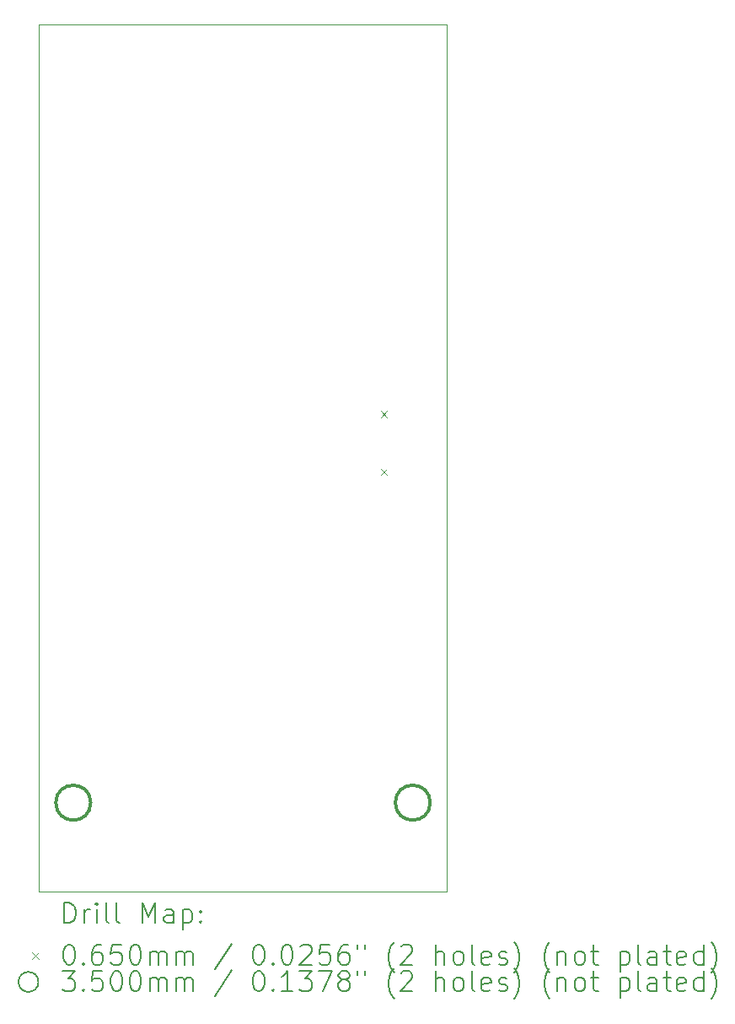
<source format=gbr>
%TF.GenerationSoftware,KiCad,Pcbnew,7.0.7*%
%TF.CreationDate,2023-10-29T22:41:17+02:00*%
%TF.ProjectId,dif-pressure-meter,6469662d-7072-4657-9373-7572652d6d65,rev?*%
%TF.SameCoordinates,Original*%
%TF.FileFunction,Drillmap*%
%TF.FilePolarity,Positive*%
%FSLAX45Y45*%
G04 Gerber Fmt 4.5, Leading zero omitted, Abs format (unit mm)*
G04 Created by KiCad (PCBNEW 7.0.7) date 2023-10-29 22:41:17*
%MOMM*%
%LPD*%
G01*
G04 APERTURE LIST*
%ADD10C,0.100000*%
%ADD11C,0.200000*%
%ADD12C,0.065000*%
%ADD13C,0.350000*%
G04 APERTURE END LIST*
D10*
X10875000Y-3500000D02*
X14975000Y-3500000D01*
X14975000Y-12200000D01*
X10875000Y-12200000D01*
X10875000Y-3500000D01*
D11*
D12*
X14307000Y-7378500D02*
X14372000Y-7443500D01*
X14372000Y-7378500D02*
X14307000Y-7443500D01*
X14307000Y-7956500D02*
X14372000Y-8021500D01*
X14372000Y-7956500D02*
X14307000Y-8021500D01*
D13*
X11395000Y-11310000D02*
G75*
G03*
X11395000Y-11310000I-175000J0D01*
G01*
X14805000Y-11310000D02*
G75*
G03*
X14805000Y-11310000I-175000J0D01*
G01*
D11*
X11130777Y-12516484D02*
X11130777Y-12316484D01*
X11130777Y-12316484D02*
X11178396Y-12316484D01*
X11178396Y-12316484D02*
X11206967Y-12326008D01*
X11206967Y-12326008D02*
X11226015Y-12345055D01*
X11226015Y-12345055D02*
X11235539Y-12364103D01*
X11235539Y-12364103D02*
X11245062Y-12402198D01*
X11245062Y-12402198D02*
X11245062Y-12430769D01*
X11245062Y-12430769D02*
X11235539Y-12468865D01*
X11235539Y-12468865D02*
X11226015Y-12487912D01*
X11226015Y-12487912D02*
X11206967Y-12506960D01*
X11206967Y-12506960D02*
X11178396Y-12516484D01*
X11178396Y-12516484D02*
X11130777Y-12516484D01*
X11330777Y-12516484D02*
X11330777Y-12383150D01*
X11330777Y-12421246D02*
X11340301Y-12402198D01*
X11340301Y-12402198D02*
X11349824Y-12392674D01*
X11349824Y-12392674D02*
X11368872Y-12383150D01*
X11368872Y-12383150D02*
X11387920Y-12383150D01*
X11454586Y-12516484D02*
X11454586Y-12383150D01*
X11454586Y-12316484D02*
X11445062Y-12326008D01*
X11445062Y-12326008D02*
X11454586Y-12335531D01*
X11454586Y-12335531D02*
X11464110Y-12326008D01*
X11464110Y-12326008D02*
X11454586Y-12316484D01*
X11454586Y-12316484D02*
X11454586Y-12335531D01*
X11578396Y-12516484D02*
X11559348Y-12506960D01*
X11559348Y-12506960D02*
X11549824Y-12487912D01*
X11549824Y-12487912D02*
X11549824Y-12316484D01*
X11683158Y-12516484D02*
X11664110Y-12506960D01*
X11664110Y-12506960D02*
X11654586Y-12487912D01*
X11654586Y-12487912D02*
X11654586Y-12316484D01*
X11911729Y-12516484D02*
X11911729Y-12316484D01*
X11911729Y-12316484D02*
X11978396Y-12459341D01*
X11978396Y-12459341D02*
X12045062Y-12316484D01*
X12045062Y-12316484D02*
X12045062Y-12516484D01*
X12226015Y-12516484D02*
X12226015Y-12411722D01*
X12226015Y-12411722D02*
X12216491Y-12392674D01*
X12216491Y-12392674D02*
X12197443Y-12383150D01*
X12197443Y-12383150D02*
X12159348Y-12383150D01*
X12159348Y-12383150D02*
X12140301Y-12392674D01*
X12226015Y-12506960D02*
X12206967Y-12516484D01*
X12206967Y-12516484D02*
X12159348Y-12516484D01*
X12159348Y-12516484D02*
X12140301Y-12506960D01*
X12140301Y-12506960D02*
X12130777Y-12487912D01*
X12130777Y-12487912D02*
X12130777Y-12468865D01*
X12130777Y-12468865D02*
X12140301Y-12449817D01*
X12140301Y-12449817D02*
X12159348Y-12440293D01*
X12159348Y-12440293D02*
X12206967Y-12440293D01*
X12206967Y-12440293D02*
X12226015Y-12430769D01*
X12321253Y-12383150D02*
X12321253Y-12583150D01*
X12321253Y-12392674D02*
X12340301Y-12383150D01*
X12340301Y-12383150D02*
X12378396Y-12383150D01*
X12378396Y-12383150D02*
X12397443Y-12392674D01*
X12397443Y-12392674D02*
X12406967Y-12402198D01*
X12406967Y-12402198D02*
X12416491Y-12421246D01*
X12416491Y-12421246D02*
X12416491Y-12478388D01*
X12416491Y-12478388D02*
X12406967Y-12497436D01*
X12406967Y-12497436D02*
X12397443Y-12506960D01*
X12397443Y-12506960D02*
X12378396Y-12516484D01*
X12378396Y-12516484D02*
X12340301Y-12516484D01*
X12340301Y-12516484D02*
X12321253Y-12506960D01*
X12502205Y-12497436D02*
X12511729Y-12506960D01*
X12511729Y-12506960D02*
X12502205Y-12516484D01*
X12502205Y-12516484D02*
X12492682Y-12506960D01*
X12492682Y-12506960D02*
X12502205Y-12497436D01*
X12502205Y-12497436D02*
X12502205Y-12516484D01*
X12502205Y-12392674D02*
X12511729Y-12402198D01*
X12511729Y-12402198D02*
X12502205Y-12411722D01*
X12502205Y-12411722D02*
X12492682Y-12402198D01*
X12492682Y-12402198D02*
X12502205Y-12392674D01*
X12502205Y-12392674D02*
X12502205Y-12411722D01*
D12*
X10805000Y-12812500D02*
X10870000Y-12877500D01*
X10870000Y-12812500D02*
X10805000Y-12877500D01*
D11*
X11168872Y-12736484D02*
X11187920Y-12736484D01*
X11187920Y-12736484D02*
X11206967Y-12746008D01*
X11206967Y-12746008D02*
X11216491Y-12755531D01*
X11216491Y-12755531D02*
X11226015Y-12774579D01*
X11226015Y-12774579D02*
X11235539Y-12812674D01*
X11235539Y-12812674D02*
X11235539Y-12860293D01*
X11235539Y-12860293D02*
X11226015Y-12898388D01*
X11226015Y-12898388D02*
X11216491Y-12917436D01*
X11216491Y-12917436D02*
X11206967Y-12926960D01*
X11206967Y-12926960D02*
X11187920Y-12936484D01*
X11187920Y-12936484D02*
X11168872Y-12936484D01*
X11168872Y-12936484D02*
X11149824Y-12926960D01*
X11149824Y-12926960D02*
X11140301Y-12917436D01*
X11140301Y-12917436D02*
X11130777Y-12898388D01*
X11130777Y-12898388D02*
X11121253Y-12860293D01*
X11121253Y-12860293D02*
X11121253Y-12812674D01*
X11121253Y-12812674D02*
X11130777Y-12774579D01*
X11130777Y-12774579D02*
X11140301Y-12755531D01*
X11140301Y-12755531D02*
X11149824Y-12746008D01*
X11149824Y-12746008D02*
X11168872Y-12736484D01*
X11321253Y-12917436D02*
X11330777Y-12926960D01*
X11330777Y-12926960D02*
X11321253Y-12936484D01*
X11321253Y-12936484D02*
X11311729Y-12926960D01*
X11311729Y-12926960D02*
X11321253Y-12917436D01*
X11321253Y-12917436D02*
X11321253Y-12936484D01*
X11502205Y-12736484D02*
X11464110Y-12736484D01*
X11464110Y-12736484D02*
X11445062Y-12746008D01*
X11445062Y-12746008D02*
X11435539Y-12755531D01*
X11435539Y-12755531D02*
X11416491Y-12784103D01*
X11416491Y-12784103D02*
X11406967Y-12822198D01*
X11406967Y-12822198D02*
X11406967Y-12898388D01*
X11406967Y-12898388D02*
X11416491Y-12917436D01*
X11416491Y-12917436D02*
X11426015Y-12926960D01*
X11426015Y-12926960D02*
X11445062Y-12936484D01*
X11445062Y-12936484D02*
X11483158Y-12936484D01*
X11483158Y-12936484D02*
X11502205Y-12926960D01*
X11502205Y-12926960D02*
X11511729Y-12917436D01*
X11511729Y-12917436D02*
X11521253Y-12898388D01*
X11521253Y-12898388D02*
X11521253Y-12850769D01*
X11521253Y-12850769D02*
X11511729Y-12831722D01*
X11511729Y-12831722D02*
X11502205Y-12822198D01*
X11502205Y-12822198D02*
X11483158Y-12812674D01*
X11483158Y-12812674D02*
X11445062Y-12812674D01*
X11445062Y-12812674D02*
X11426015Y-12822198D01*
X11426015Y-12822198D02*
X11416491Y-12831722D01*
X11416491Y-12831722D02*
X11406967Y-12850769D01*
X11702205Y-12736484D02*
X11606967Y-12736484D01*
X11606967Y-12736484D02*
X11597443Y-12831722D01*
X11597443Y-12831722D02*
X11606967Y-12822198D01*
X11606967Y-12822198D02*
X11626015Y-12812674D01*
X11626015Y-12812674D02*
X11673634Y-12812674D01*
X11673634Y-12812674D02*
X11692682Y-12822198D01*
X11692682Y-12822198D02*
X11702205Y-12831722D01*
X11702205Y-12831722D02*
X11711729Y-12850769D01*
X11711729Y-12850769D02*
X11711729Y-12898388D01*
X11711729Y-12898388D02*
X11702205Y-12917436D01*
X11702205Y-12917436D02*
X11692682Y-12926960D01*
X11692682Y-12926960D02*
X11673634Y-12936484D01*
X11673634Y-12936484D02*
X11626015Y-12936484D01*
X11626015Y-12936484D02*
X11606967Y-12926960D01*
X11606967Y-12926960D02*
X11597443Y-12917436D01*
X11835539Y-12736484D02*
X11854586Y-12736484D01*
X11854586Y-12736484D02*
X11873634Y-12746008D01*
X11873634Y-12746008D02*
X11883158Y-12755531D01*
X11883158Y-12755531D02*
X11892682Y-12774579D01*
X11892682Y-12774579D02*
X11902205Y-12812674D01*
X11902205Y-12812674D02*
X11902205Y-12860293D01*
X11902205Y-12860293D02*
X11892682Y-12898388D01*
X11892682Y-12898388D02*
X11883158Y-12917436D01*
X11883158Y-12917436D02*
X11873634Y-12926960D01*
X11873634Y-12926960D02*
X11854586Y-12936484D01*
X11854586Y-12936484D02*
X11835539Y-12936484D01*
X11835539Y-12936484D02*
X11816491Y-12926960D01*
X11816491Y-12926960D02*
X11806967Y-12917436D01*
X11806967Y-12917436D02*
X11797443Y-12898388D01*
X11797443Y-12898388D02*
X11787920Y-12860293D01*
X11787920Y-12860293D02*
X11787920Y-12812674D01*
X11787920Y-12812674D02*
X11797443Y-12774579D01*
X11797443Y-12774579D02*
X11806967Y-12755531D01*
X11806967Y-12755531D02*
X11816491Y-12746008D01*
X11816491Y-12746008D02*
X11835539Y-12736484D01*
X11987920Y-12936484D02*
X11987920Y-12803150D01*
X11987920Y-12822198D02*
X11997443Y-12812674D01*
X11997443Y-12812674D02*
X12016491Y-12803150D01*
X12016491Y-12803150D02*
X12045063Y-12803150D01*
X12045063Y-12803150D02*
X12064110Y-12812674D01*
X12064110Y-12812674D02*
X12073634Y-12831722D01*
X12073634Y-12831722D02*
X12073634Y-12936484D01*
X12073634Y-12831722D02*
X12083158Y-12812674D01*
X12083158Y-12812674D02*
X12102205Y-12803150D01*
X12102205Y-12803150D02*
X12130777Y-12803150D01*
X12130777Y-12803150D02*
X12149824Y-12812674D01*
X12149824Y-12812674D02*
X12159348Y-12831722D01*
X12159348Y-12831722D02*
X12159348Y-12936484D01*
X12254586Y-12936484D02*
X12254586Y-12803150D01*
X12254586Y-12822198D02*
X12264110Y-12812674D01*
X12264110Y-12812674D02*
X12283158Y-12803150D01*
X12283158Y-12803150D02*
X12311729Y-12803150D01*
X12311729Y-12803150D02*
X12330777Y-12812674D01*
X12330777Y-12812674D02*
X12340301Y-12831722D01*
X12340301Y-12831722D02*
X12340301Y-12936484D01*
X12340301Y-12831722D02*
X12349824Y-12812674D01*
X12349824Y-12812674D02*
X12368872Y-12803150D01*
X12368872Y-12803150D02*
X12397443Y-12803150D01*
X12397443Y-12803150D02*
X12416491Y-12812674D01*
X12416491Y-12812674D02*
X12426015Y-12831722D01*
X12426015Y-12831722D02*
X12426015Y-12936484D01*
X12816491Y-12726960D02*
X12645063Y-12984103D01*
X13073634Y-12736484D02*
X13092682Y-12736484D01*
X13092682Y-12736484D02*
X13111729Y-12746008D01*
X13111729Y-12746008D02*
X13121253Y-12755531D01*
X13121253Y-12755531D02*
X13130777Y-12774579D01*
X13130777Y-12774579D02*
X13140301Y-12812674D01*
X13140301Y-12812674D02*
X13140301Y-12860293D01*
X13140301Y-12860293D02*
X13130777Y-12898388D01*
X13130777Y-12898388D02*
X13121253Y-12917436D01*
X13121253Y-12917436D02*
X13111729Y-12926960D01*
X13111729Y-12926960D02*
X13092682Y-12936484D01*
X13092682Y-12936484D02*
X13073634Y-12936484D01*
X13073634Y-12936484D02*
X13054586Y-12926960D01*
X13054586Y-12926960D02*
X13045063Y-12917436D01*
X13045063Y-12917436D02*
X13035539Y-12898388D01*
X13035539Y-12898388D02*
X13026015Y-12860293D01*
X13026015Y-12860293D02*
X13026015Y-12812674D01*
X13026015Y-12812674D02*
X13035539Y-12774579D01*
X13035539Y-12774579D02*
X13045063Y-12755531D01*
X13045063Y-12755531D02*
X13054586Y-12746008D01*
X13054586Y-12746008D02*
X13073634Y-12736484D01*
X13226015Y-12917436D02*
X13235539Y-12926960D01*
X13235539Y-12926960D02*
X13226015Y-12936484D01*
X13226015Y-12936484D02*
X13216491Y-12926960D01*
X13216491Y-12926960D02*
X13226015Y-12917436D01*
X13226015Y-12917436D02*
X13226015Y-12936484D01*
X13359348Y-12736484D02*
X13378396Y-12736484D01*
X13378396Y-12736484D02*
X13397444Y-12746008D01*
X13397444Y-12746008D02*
X13406967Y-12755531D01*
X13406967Y-12755531D02*
X13416491Y-12774579D01*
X13416491Y-12774579D02*
X13426015Y-12812674D01*
X13426015Y-12812674D02*
X13426015Y-12860293D01*
X13426015Y-12860293D02*
X13416491Y-12898388D01*
X13416491Y-12898388D02*
X13406967Y-12917436D01*
X13406967Y-12917436D02*
X13397444Y-12926960D01*
X13397444Y-12926960D02*
X13378396Y-12936484D01*
X13378396Y-12936484D02*
X13359348Y-12936484D01*
X13359348Y-12936484D02*
X13340301Y-12926960D01*
X13340301Y-12926960D02*
X13330777Y-12917436D01*
X13330777Y-12917436D02*
X13321253Y-12898388D01*
X13321253Y-12898388D02*
X13311729Y-12860293D01*
X13311729Y-12860293D02*
X13311729Y-12812674D01*
X13311729Y-12812674D02*
X13321253Y-12774579D01*
X13321253Y-12774579D02*
X13330777Y-12755531D01*
X13330777Y-12755531D02*
X13340301Y-12746008D01*
X13340301Y-12746008D02*
X13359348Y-12736484D01*
X13502206Y-12755531D02*
X13511729Y-12746008D01*
X13511729Y-12746008D02*
X13530777Y-12736484D01*
X13530777Y-12736484D02*
X13578396Y-12736484D01*
X13578396Y-12736484D02*
X13597444Y-12746008D01*
X13597444Y-12746008D02*
X13606967Y-12755531D01*
X13606967Y-12755531D02*
X13616491Y-12774579D01*
X13616491Y-12774579D02*
X13616491Y-12793627D01*
X13616491Y-12793627D02*
X13606967Y-12822198D01*
X13606967Y-12822198D02*
X13492682Y-12936484D01*
X13492682Y-12936484D02*
X13616491Y-12936484D01*
X13797444Y-12736484D02*
X13702206Y-12736484D01*
X13702206Y-12736484D02*
X13692682Y-12831722D01*
X13692682Y-12831722D02*
X13702206Y-12822198D01*
X13702206Y-12822198D02*
X13721253Y-12812674D01*
X13721253Y-12812674D02*
X13768872Y-12812674D01*
X13768872Y-12812674D02*
X13787920Y-12822198D01*
X13787920Y-12822198D02*
X13797444Y-12831722D01*
X13797444Y-12831722D02*
X13806967Y-12850769D01*
X13806967Y-12850769D02*
X13806967Y-12898388D01*
X13806967Y-12898388D02*
X13797444Y-12917436D01*
X13797444Y-12917436D02*
X13787920Y-12926960D01*
X13787920Y-12926960D02*
X13768872Y-12936484D01*
X13768872Y-12936484D02*
X13721253Y-12936484D01*
X13721253Y-12936484D02*
X13702206Y-12926960D01*
X13702206Y-12926960D02*
X13692682Y-12917436D01*
X13978396Y-12736484D02*
X13940301Y-12736484D01*
X13940301Y-12736484D02*
X13921253Y-12746008D01*
X13921253Y-12746008D02*
X13911729Y-12755531D01*
X13911729Y-12755531D02*
X13892682Y-12784103D01*
X13892682Y-12784103D02*
X13883158Y-12822198D01*
X13883158Y-12822198D02*
X13883158Y-12898388D01*
X13883158Y-12898388D02*
X13892682Y-12917436D01*
X13892682Y-12917436D02*
X13902206Y-12926960D01*
X13902206Y-12926960D02*
X13921253Y-12936484D01*
X13921253Y-12936484D02*
X13959348Y-12936484D01*
X13959348Y-12936484D02*
X13978396Y-12926960D01*
X13978396Y-12926960D02*
X13987920Y-12917436D01*
X13987920Y-12917436D02*
X13997444Y-12898388D01*
X13997444Y-12898388D02*
X13997444Y-12850769D01*
X13997444Y-12850769D02*
X13987920Y-12831722D01*
X13987920Y-12831722D02*
X13978396Y-12822198D01*
X13978396Y-12822198D02*
X13959348Y-12812674D01*
X13959348Y-12812674D02*
X13921253Y-12812674D01*
X13921253Y-12812674D02*
X13902206Y-12822198D01*
X13902206Y-12822198D02*
X13892682Y-12831722D01*
X13892682Y-12831722D02*
X13883158Y-12850769D01*
X14073634Y-12736484D02*
X14073634Y-12774579D01*
X14149825Y-12736484D02*
X14149825Y-12774579D01*
X14445063Y-13012674D02*
X14435539Y-13003150D01*
X14435539Y-13003150D02*
X14416491Y-12974579D01*
X14416491Y-12974579D02*
X14406968Y-12955531D01*
X14406968Y-12955531D02*
X14397444Y-12926960D01*
X14397444Y-12926960D02*
X14387920Y-12879341D01*
X14387920Y-12879341D02*
X14387920Y-12841246D01*
X14387920Y-12841246D02*
X14397444Y-12793627D01*
X14397444Y-12793627D02*
X14406968Y-12765055D01*
X14406968Y-12765055D02*
X14416491Y-12746008D01*
X14416491Y-12746008D02*
X14435539Y-12717436D01*
X14435539Y-12717436D02*
X14445063Y-12707912D01*
X14511729Y-12755531D02*
X14521253Y-12746008D01*
X14521253Y-12746008D02*
X14540301Y-12736484D01*
X14540301Y-12736484D02*
X14587920Y-12736484D01*
X14587920Y-12736484D02*
X14606968Y-12746008D01*
X14606968Y-12746008D02*
X14616491Y-12755531D01*
X14616491Y-12755531D02*
X14626015Y-12774579D01*
X14626015Y-12774579D02*
X14626015Y-12793627D01*
X14626015Y-12793627D02*
X14616491Y-12822198D01*
X14616491Y-12822198D02*
X14502206Y-12936484D01*
X14502206Y-12936484D02*
X14626015Y-12936484D01*
X14864110Y-12936484D02*
X14864110Y-12736484D01*
X14949825Y-12936484D02*
X14949825Y-12831722D01*
X14949825Y-12831722D02*
X14940301Y-12812674D01*
X14940301Y-12812674D02*
X14921253Y-12803150D01*
X14921253Y-12803150D02*
X14892682Y-12803150D01*
X14892682Y-12803150D02*
X14873634Y-12812674D01*
X14873634Y-12812674D02*
X14864110Y-12822198D01*
X15073634Y-12936484D02*
X15054587Y-12926960D01*
X15054587Y-12926960D02*
X15045063Y-12917436D01*
X15045063Y-12917436D02*
X15035539Y-12898388D01*
X15035539Y-12898388D02*
X15035539Y-12841246D01*
X15035539Y-12841246D02*
X15045063Y-12822198D01*
X15045063Y-12822198D02*
X15054587Y-12812674D01*
X15054587Y-12812674D02*
X15073634Y-12803150D01*
X15073634Y-12803150D02*
X15102206Y-12803150D01*
X15102206Y-12803150D02*
X15121253Y-12812674D01*
X15121253Y-12812674D02*
X15130777Y-12822198D01*
X15130777Y-12822198D02*
X15140301Y-12841246D01*
X15140301Y-12841246D02*
X15140301Y-12898388D01*
X15140301Y-12898388D02*
X15130777Y-12917436D01*
X15130777Y-12917436D02*
X15121253Y-12926960D01*
X15121253Y-12926960D02*
X15102206Y-12936484D01*
X15102206Y-12936484D02*
X15073634Y-12936484D01*
X15254587Y-12936484D02*
X15235539Y-12926960D01*
X15235539Y-12926960D02*
X15226015Y-12907912D01*
X15226015Y-12907912D02*
X15226015Y-12736484D01*
X15406968Y-12926960D02*
X15387920Y-12936484D01*
X15387920Y-12936484D02*
X15349825Y-12936484D01*
X15349825Y-12936484D02*
X15330777Y-12926960D01*
X15330777Y-12926960D02*
X15321253Y-12907912D01*
X15321253Y-12907912D02*
X15321253Y-12831722D01*
X15321253Y-12831722D02*
X15330777Y-12812674D01*
X15330777Y-12812674D02*
X15349825Y-12803150D01*
X15349825Y-12803150D02*
X15387920Y-12803150D01*
X15387920Y-12803150D02*
X15406968Y-12812674D01*
X15406968Y-12812674D02*
X15416491Y-12831722D01*
X15416491Y-12831722D02*
X15416491Y-12850769D01*
X15416491Y-12850769D02*
X15321253Y-12869817D01*
X15492682Y-12926960D02*
X15511730Y-12936484D01*
X15511730Y-12936484D02*
X15549825Y-12936484D01*
X15549825Y-12936484D02*
X15568872Y-12926960D01*
X15568872Y-12926960D02*
X15578396Y-12907912D01*
X15578396Y-12907912D02*
X15578396Y-12898388D01*
X15578396Y-12898388D02*
X15568872Y-12879341D01*
X15568872Y-12879341D02*
X15549825Y-12869817D01*
X15549825Y-12869817D02*
X15521253Y-12869817D01*
X15521253Y-12869817D02*
X15502206Y-12860293D01*
X15502206Y-12860293D02*
X15492682Y-12841246D01*
X15492682Y-12841246D02*
X15492682Y-12831722D01*
X15492682Y-12831722D02*
X15502206Y-12812674D01*
X15502206Y-12812674D02*
X15521253Y-12803150D01*
X15521253Y-12803150D02*
X15549825Y-12803150D01*
X15549825Y-12803150D02*
X15568872Y-12812674D01*
X15645063Y-13012674D02*
X15654587Y-13003150D01*
X15654587Y-13003150D02*
X15673634Y-12974579D01*
X15673634Y-12974579D02*
X15683158Y-12955531D01*
X15683158Y-12955531D02*
X15692682Y-12926960D01*
X15692682Y-12926960D02*
X15702206Y-12879341D01*
X15702206Y-12879341D02*
X15702206Y-12841246D01*
X15702206Y-12841246D02*
X15692682Y-12793627D01*
X15692682Y-12793627D02*
X15683158Y-12765055D01*
X15683158Y-12765055D02*
X15673634Y-12746008D01*
X15673634Y-12746008D02*
X15654587Y-12717436D01*
X15654587Y-12717436D02*
X15645063Y-12707912D01*
X16006968Y-13012674D02*
X15997444Y-13003150D01*
X15997444Y-13003150D02*
X15978396Y-12974579D01*
X15978396Y-12974579D02*
X15968872Y-12955531D01*
X15968872Y-12955531D02*
X15959349Y-12926960D01*
X15959349Y-12926960D02*
X15949825Y-12879341D01*
X15949825Y-12879341D02*
X15949825Y-12841246D01*
X15949825Y-12841246D02*
X15959349Y-12793627D01*
X15959349Y-12793627D02*
X15968872Y-12765055D01*
X15968872Y-12765055D02*
X15978396Y-12746008D01*
X15978396Y-12746008D02*
X15997444Y-12717436D01*
X15997444Y-12717436D02*
X16006968Y-12707912D01*
X16083158Y-12803150D02*
X16083158Y-12936484D01*
X16083158Y-12822198D02*
X16092682Y-12812674D01*
X16092682Y-12812674D02*
X16111730Y-12803150D01*
X16111730Y-12803150D02*
X16140301Y-12803150D01*
X16140301Y-12803150D02*
X16159349Y-12812674D01*
X16159349Y-12812674D02*
X16168872Y-12831722D01*
X16168872Y-12831722D02*
X16168872Y-12936484D01*
X16292682Y-12936484D02*
X16273634Y-12926960D01*
X16273634Y-12926960D02*
X16264111Y-12917436D01*
X16264111Y-12917436D02*
X16254587Y-12898388D01*
X16254587Y-12898388D02*
X16254587Y-12841246D01*
X16254587Y-12841246D02*
X16264111Y-12822198D01*
X16264111Y-12822198D02*
X16273634Y-12812674D01*
X16273634Y-12812674D02*
X16292682Y-12803150D01*
X16292682Y-12803150D02*
X16321253Y-12803150D01*
X16321253Y-12803150D02*
X16340301Y-12812674D01*
X16340301Y-12812674D02*
X16349825Y-12822198D01*
X16349825Y-12822198D02*
X16359349Y-12841246D01*
X16359349Y-12841246D02*
X16359349Y-12898388D01*
X16359349Y-12898388D02*
X16349825Y-12917436D01*
X16349825Y-12917436D02*
X16340301Y-12926960D01*
X16340301Y-12926960D02*
X16321253Y-12936484D01*
X16321253Y-12936484D02*
X16292682Y-12936484D01*
X16416492Y-12803150D02*
X16492682Y-12803150D01*
X16445063Y-12736484D02*
X16445063Y-12907912D01*
X16445063Y-12907912D02*
X16454587Y-12926960D01*
X16454587Y-12926960D02*
X16473634Y-12936484D01*
X16473634Y-12936484D02*
X16492682Y-12936484D01*
X16711730Y-12803150D02*
X16711730Y-13003150D01*
X16711730Y-12812674D02*
X16730777Y-12803150D01*
X16730777Y-12803150D02*
X16768873Y-12803150D01*
X16768873Y-12803150D02*
X16787920Y-12812674D01*
X16787920Y-12812674D02*
X16797444Y-12822198D01*
X16797444Y-12822198D02*
X16806968Y-12841246D01*
X16806968Y-12841246D02*
X16806968Y-12898388D01*
X16806968Y-12898388D02*
X16797444Y-12917436D01*
X16797444Y-12917436D02*
X16787920Y-12926960D01*
X16787920Y-12926960D02*
X16768873Y-12936484D01*
X16768873Y-12936484D02*
X16730777Y-12936484D01*
X16730777Y-12936484D02*
X16711730Y-12926960D01*
X16921254Y-12936484D02*
X16902206Y-12926960D01*
X16902206Y-12926960D02*
X16892682Y-12907912D01*
X16892682Y-12907912D02*
X16892682Y-12736484D01*
X17083158Y-12936484D02*
X17083158Y-12831722D01*
X17083158Y-12831722D02*
X17073635Y-12812674D01*
X17073635Y-12812674D02*
X17054587Y-12803150D01*
X17054587Y-12803150D02*
X17016492Y-12803150D01*
X17016492Y-12803150D02*
X16997444Y-12812674D01*
X17083158Y-12926960D02*
X17064111Y-12936484D01*
X17064111Y-12936484D02*
X17016492Y-12936484D01*
X17016492Y-12936484D02*
X16997444Y-12926960D01*
X16997444Y-12926960D02*
X16987920Y-12907912D01*
X16987920Y-12907912D02*
X16987920Y-12888865D01*
X16987920Y-12888865D02*
X16997444Y-12869817D01*
X16997444Y-12869817D02*
X17016492Y-12860293D01*
X17016492Y-12860293D02*
X17064111Y-12860293D01*
X17064111Y-12860293D02*
X17083158Y-12850769D01*
X17149825Y-12803150D02*
X17226015Y-12803150D01*
X17178396Y-12736484D02*
X17178396Y-12907912D01*
X17178396Y-12907912D02*
X17187920Y-12926960D01*
X17187920Y-12926960D02*
X17206968Y-12936484D01*
X17206968Y-12936484D02*
X17226015Y-12936484D01*
X17368873Y-12926960D02*
X17349825Y-12936484D01*
X17349825Y-12936484D02*
X17311730Y-12936484D01*
X17311730Y-12936484D02*
X17292682Y-12926960D01*
X17292682Y-12926960D02*
X17283158Y-12907912D01*
X17283158Y-12907912D02*
X17283158Y-12831722D01*
X17283158Y-12831722D02*
X17292682Y-12812674D01*
X17292682Y-12812674D02*
X17311730Y-12803150D01*
X17311730Y-12803150D02*
X17349825Y-12803150D01*
X17349825Y-12803150D02*
X17368873Y-12812674D01*
X17368873Y-12812674D02*
X17378396Y-12831722D01*
X17378396Y-12831722D02*
X17378396Y-12850769D01*
X17378396Y-12850769D02*
X17283158Y-12869817D01*
X17549825Y-12936484D02*
X17549825Y-12736484D01*
X17549825Y-12926960D02*
X17530777Y-12936484D01*
X17530777Y-12936484D02*
X17492682Y-12936484D01*
X17492682Y-12936484D02*
X17473635Y-12926960D01*
X17473635Y-12926960D02*
X17464111Y-12917436D01*
X17464111Y-12917436D02*
X17454587Y-12898388D01*
X17454587Y-12898388D02*
X17454587Y-12841246D01*
X17454587Y-12841246D02*
X17464111Y-12822198D01*
X17464111Y-12822198D02*
X17473635Y-12812674D01*
X17473635Y-12812674D02*
X17492682Y-12803150D01*
X17492682Y-12803150D02*
X17530777Y-12803150D01*
X17530777Y-12803150D02*
X17549825Y-12812674D01*
X17626016Y-13012674D02*
X17635539Y-13003150D01*
X17635539Y-13003150D02*
X17654587Y-12974579D01*
X17654587Y-12974579D02*
X17664111Y-12955531D01*
X17664111Y-12955531D02*
X17673635Y-12926960D01*
X17673635Y-12926960D02*
X17683158Y-12879341D01*
X17683158Y-12879341D02*
X17683158Y-12841246D01*
X17683158Y-12841246D02*
X17673635Y-12793627D01*
X17673635Y-12793627D02*
X17664111Y-12765055D01*
X17664111Y-12765055D02*
X17654587Y-12746008D01*
X17654587Y-12746008D02*
X17635539Y-12717436D01*
X17635539Y-12717436D02*
X17626016Y-12707912D01*
X10870000Y-13109000D02*
G75*
G03*
X10870000Y-13109000I-100000J0D01*
G01*
X11111729Y-13000484D02*
X11235539Y-13000484D01*
X11235539Y-13000484D02*
X11168872Y-13076674D01*
X11168872Y-13076674D02*
X11197443Y-13076674D01*
X11197443Y-13076674D02*
X11216491Y-13086198D01*
X11216491Y-13086198D02*
X11226015Y-13095722D01*
X11226015Y-13095722D02*
X11235539Y-13114769D01*
X11235539Y-13114769D02*
X11235539Y-13162388D01*
X11235539Y-13162388D02*
X11226015Y-13181436D01*
X11226015Y-13181436D02*
X11216491Y-13190960D01*
X11216491Y-13190960D02*
X11197443Y-13200484D01*
X11197443Y-13200484D02*
X11140301Y-13200484D01*
X11140301Y-13200484D02*
X11121253Y-13190960D01*
X11121253Y-13190960D02*
X11111729Y-13181436D01*
X11321253Y-13181436D02*
X11330777Y-13190960D01*
X11330777Y-13190960D02*
X11321253Y-13200484D01*
X11321253Y-13200484D02*
X11311729Y-13190960D01*
X11311729Y-13190960D02*
X11321253Y-13181436D01*
X11321253Y-13181436D02*
X11321253Y-13200484D01*
X11511729Y-13000484D02*
X11416491Y-13000484D01*
X11416491Y-13000484D02*
X11406967Y-13095722D01*
X11406967Y-13095722D02*
X11416491Y-13086198D01*
X11416491Y-13086198D02*
X11435539Y-13076674D01*
X11435539Y-13076674D02*
X11483158Y-13076674D01*
X11483158Y-13076674D02*
X11502205Y-13086198D01*
X11502205Y-13086198D02*
X11511729Y-13095722D01*
X11511729Y-13095722D02*
X11521253Y-13114769D01*
X11521253Y-13114769D02*
X11521253Y-13162388D01*
X11521253Y-13162388D02*
X11511729Y-13181436D01*
X11511729Y-13181436D02*
X11502205Y-13190960D01*
X11502205Y-13190960D02*
X11483158Y-13200484D01*
X11483158Y-13200484D02*
X11435539Y-13200484D01*
X11435539Y-13200484D02*
X11416491Y-13190960D01*
X11416491Y-13190960D02*
X11406967Y-13181436D01*
X11645062Y-13000484D02*
X11664110Y-13000484D01*
X11664110Y-13000484D02*
X11683158Y-13010008D01*
X11683158Y-13010008D02*
X11692682Y-13019531D01*
X11692682Y-13019531D02*
X11702205Y-13038579D01*
X11702205Y-13038579D02*
X11711729Y-13076674D01*
X11711729Y-13076674D02*
X11711729Y-13124293D01*
X11711729Y-13124293D02*
X11702205Y-13162388D01*
X11702205Y-13162388D02*
X11692682Y-13181436D01*
X11692682Y-13181436D02*
X11683158Y-13190960D01*
X11683158Y-13190960D02*
X11664110Y-13200484D01*
X11664110Y-13200484D02*
X11645062Y-13200484D01*
X11645062Y-13200484D02*
X11626015Y-13190960D01*
X11626015Y-13190960D02*
X11616491Y-13181436D01*
X11616491Y-13181436D02*
X11606967Y-13162388D01*
X11606967Y-13162388D02*
X11597443Y-13124293D01*
X11597443Y-13124293D02*
X11597443Y-13076674D01*
X11597443Y-13076674D02*
X11606967Y-13038579D01*
X11606967Y-13038579D02*
X11616491Y-13019531D01*
X11616491Y-13019531D02*
X11626015Y-13010008D01*
X11626015Y-13010008D02*
X11645062Y-13000484D01*
X11835539Y-13000484D02*
X11854586Y-13000484D01*
X11854586Y-13000484D02*
X11873634Y-13010008D01*
X11873634Y-13010008D02*
X11883158Y-13019531D01*
X11883158Y-13019531D02*
X11892682Y-13038579D01*
X11892682Y-13038579D02*
X11902205Y-13076674D01*
X11902205Y-13076674D02*
X11902205Y-13124293D01*
X11902205Y-13124293D02*
X11892682Y-13162388D01*
X11892682Y-13162388D02*
X11883158Y-13181436D01*
X11883158Y-13181436D02*
X11873634Y-13190960D01*
X11873634Y-13190960D02*
X11854586Y-13200484D01*
X11854586Y-13200484D02*
X11835539Y-13200484D01*
X11835539Y-13200484D02*
X11816491Y-13190960D01*
X11816491Y-13190960D02*
X11806967Y-13181436D01*
X11806967Y-13181436D02*
X11797443Y-13162388D01*
X11797443Y-13162388D02*
X11787920Y-13124293D01*
X11787920Y-13124293D02*
X11787920Y-13076674D01*
X11787920Y-13076674D02*
X11797443Y-13038579D01*
X11797443Y-13038579D02*
X11806967Y-13019531D01*
X11806967Y-13019531D02*
X11816491Y-13010008D01*
X11816491Y-13010008D02*
X11835539Y-13000484D01*
X11987920Y-13200484D02*
X11987920Y-13067150D01*
X11987920Y-13086198D02*
X11997443Y-13076674D01*
X11997443Y-13076674D02*
X12016491Y-13067150D01*
X12016491Y-13067150D02*
X12045063Y-13067150D01*
X12045063Y-13067150D02*
X12064110Y-13076674D01*
X12064110Y-13076674D02*
X12073634Y-13095722D01*
X12073634Y-13095722D02*
X12073634Y-13200484D01*
X12073634Y-13095722D02*
X12083158Y-13076674D01*
X12083158Y-13076674D02*
X12102205Y-13067150D01*
X12102205Y-13067150D02*
X12130777Y-13067150D01*
X12130777Y-13067150D02*
X12149824Y-13076674D01*
X12149824Y-13076674D02*
X12159348Y-13095722D01*
X12159348Y-13095722D02*
X12159348Y-13200484D01*
X12254586Y-13200484D02*
X12254586Y-13067150D01*
X12254586Y-13086198D02*
X12264110Y-13076674D01*
X12264110Y-13076674D02*
X12283158Y-13067150D01*
X12283158Y-13067150D02*
X12311729Y-13067150D01*
X12311729Y-13067150D02*
X12330777Y-13076674D01*
X12330777Y-13076674D02*
X12340301Y-13095722D01*
X12340301Y-13095722D02*
X12340301Y-13200484D01*
X12340301Y-13095722D02*
X12349824Y-13076674D01*
X12349824Y-13076674D02*
X12368872Y-13067150D01*
X12368872Y-13067150D02*
X12397443Y-13067150D01*
X12397443Y-13067150D02*
X12416491Y-13076674D01*
X12416491Y-13076674D02*
X12426015Y-13095722D01*
X12426015Y-13095722D02*
X12426015Y-13200484D01*
X12816491Y-12990960D02*
X12645063Y-13248103D01*
X13073634Y-13000484D02*
X13092682Y-13000484D01*
X13092682Y-13000484D02*
X13111729Y-13010008D01*
X13111729Y-13010008D02*
X13121253Y-13019531D01*
X13121253Y-13019531D02*
X13130777Y-13038579D01*
X13130777Y-13038579D02*
X13140301Y-13076674D01*
X13140301Y-13076674D02*
X13140301Y-13124293D01*
X13140301Y-13124293D02*
X13130777Y-13162388D01*
X13130777Y-13162388D02*
X13121253Y-13181436D01*
X13121253Y-13181436D02*
X13111729Y-13190960D01*
X13111729Y-13190960D02*
X13092682Y-13200484D01*
X13092682Y-13200484D02*
X13073634Y-13200484D01*
X13073634Y-13200484D02*
X13054586Y-13190960D01*
X13054586Y-13190960D02*
X13045063Y-13181436D01*
X13045063Y-13181436D02*
X13035539Y-13162388D01*
X13035539Y-13162388D02*
X13026015Y-13124293D01*
X13026015Y-13124293D02*
X13026015Y-13076674D01*
X13026015Y-13076674D02*
X13035539Y-13038579D01*
X13035539Y-13038579D02*
X13045063Y-13019531D01*
X13045063Y-13019531D02*
X13054586Y-13010008D01*
X13054586Y-13010008D02*
X13073634Y-13000484D01*
X13226015Y-13181436D02*
X13235539Y-13190960D01*
X13235539Y-13190960D02*
X13226015Y-13200484D01*
X13226015Y-13200484D02*
X13216491Y-13190960D01*
X13216491Y-13190960D02*
X13226015Y-13181436D01*
X13226015Y-13181436D02*
X13226015Y-13200484D01*
X13426015Y-13200484D02*
X13311729Y-13200484D01*
X13368872Y-13200484D02*
X13368872Y-13000484D01*
X13368872Y-13000484D02*
X13349825Y-13029055D01*
X13349825Y-13029055D02*
X13330777Y-13048103D01*
X13330777Y-13048103D02*
X13311729Y-13057627D01*
X13492682Y-13000484D02*
X13616491Y-13000484D01*
X13616491Y-13000484D02*
X13549825Y-13076674D01*
X13549825Y-13076674D02*
X13578396Y-13076674D01*
X13578396Y-13076674D02*
X13597444Y-13086198D01*
X13597444Y-13086198D02*
X13606967Y-13095722D01*
X13606967Y-13095722D02*
X13616491Y-13114769D01*
X13616491Y-13114769D02*
X13616491Y-13162388D01*
X13616491Y-13162388D02*
X13606967Y-13181436D01*
X13606967Y-13181436D02*
X13597444Y-13190960D01*
X13597444Y-13190960D02*
X13578396Y-13200484D01*
X13578396Y-13200484D02*
X13521253Y-13200484D01*
X13521253Y-13200484D02*
X13502206Y-13190960D01*
X13502206Y-13190960D02*
X13492682Y-13181436D01*
X13683158Y-13000484D02*
X13816491Y-13000484D01*
X13816491Y-13000484D02*
X13730777Y-13200484D01*
X13921253Y-13086198D02*
X13902206Y-13076674D01*
X13902206Y-13076674D02*
X13892682Y-13067150D01*
X13892682Y-13067150D02*
X13883158Y-13048103D01*
X13883158Y-13048103D02*
X13883158Y-13038579D01*
X13883158Y-13038579D02*
X13892682Y-13019531D01*
X13892682Y-13019531D02*
X13902206Y-13010008D01*
X13902206Y-13010008D02*
X13921253Y-13000484D01*
X13921253Y-13000484D02*
X13959348Y-13000484D01*
X13959348Y-13000484D02*
X13978396Y-13010008D01*
X13978396Y-13010008D02*
X13987920Y-13019531D01*
X13987920Y-13019531D02*
X13997444Y-13038579D01*
X13997444Y-13038579D02*
X13997444Y-13048103D01*
X13997444Y-13048103D02*
X13987920Y-13067150D01*
X13987920Y-13067150D02*
X13978396Y-13076674D01*
X13978396Y-13076674D02*
X13959348Y-13086198D01*
X13959348Y-13086198D02*
X13921253Y-13086198D01*
X13921253Y-13086198D02*
X13902206Y-13095722D01*
X13902206Y-13095722D02*
X13892682Y-13105246D01*
X13892682Y-13105246D02*
X13883158Y-13124293D01*
X13883158Y-13124293D02*
X13883158Y-13162388D01*
X13883158Y-13162388D02*
X13892682Y-13181436D01*
X13892682Y-13181436D02*
X13902206Y-13190960D01*
X13902206Y-13190960D02*
X13921253Y-13200484D01*
X13921253Y-13200484D02*
X13959348Y-13200484D01*
X13959348Y-13200484D02*
X13978396Y-13190960D01*
X13978396Y-13190960D02*
X13987920Y-13181436D01*
X13987920Y-13181436D02*
X13997444Y-13162388D01*
X13997444Y-13162388D02*
X13997444Y-13124293D01*
X13997444Y-13124293D02*
X13987920Y-13105246D01*
X13987920Y-13105246D02*
X13978396Y-13095722D01*
X13978396Y-13095722D02*
X13959348Y-13086198D01*
X14073634Y-13000484D02*
X14073634Y-13038579D01*
X14149825Y-13000484D02*
X14149825Y-13038579D01*
X14445063Y-13276674D02*
X14435539Y-13267150D01*
X14435539Y-13267150D02*
X14416491Y-13238579D01*
X14416491Y-13238579D02*
X14406968Y-13219531D01*
X14406968Y-13219531D02*
X14397444Y-13190960D01*
X14397444Y-13190960D02*
X14387920Y-13143341D01*
X14387920Y-13143341D02*
X14387920Y-13105246D01*
X14387920Y-13105246D02*
X14397444Y-13057627D01*
X14397444Y-13057627D02*
X14406968Y-13029055D01*
X14406968Y-13029055D02*
X14416491Y-13010008D01*
X14416491Y-13010008D02*
X14435539Y-12981436D01*
X14435539Y-12981436D02*
X14445063Y-12971912D01*
X14511729Y-13019531D02*
X14521253Y-13010008D01*
X14521253Y-13010008D02*
X14540301Y-13000484D01*
X14540301Y-13000484D02*
X14587920Y-13000484D01*
X14587920Y-13000484D02*
X14606968Y-13010008D01*
X14606968Y-13010008D02*
X14616491Y-13019531D01*
X14616491Y-13019531D02*
X14626015Y-13038579D01*
X14626015Y-13038579D02*
X14626015Y-13057627D01*
X14626015Y-13057627D02*
X14616491Y-13086198D01*
X14616491Y-13086198D02*
X14502206Y-13200484D01*
X14502206Y-13200484D02*
X14626015Y-13200484D01*
X14864110Y-13200484D02*
X14864110Y-13000484D01*
X14949825Y-13200484D02*
X14949825Y-13095722D01*
X14949825Y-13095722D02*
X14940301Y-13076674D01*
X14940301Y-13076674D02*
X14921253Y-13067150D01*
X14921253Y-13067150D02*
X14892682Y-13067150D01*
X14892682Y-13067150D02*
X14873634Y-13076674D01*
X14873634Y-13076674D02*
X14864110Y-13086198D01*
X15073634Y-13200484D02*
X15054587Y-13190960D01*
X15054587Y-13190960D02*
X15045063Y-13181436D01*
X15045063Y-13181436D02*
X15035539Y-13162388D01*
X15035539Y-13162388D02*
X15035539Y-13105246D01*
X15035539Y-13105246D02*
X15045063Y-13086198D01*
X15045063Y-13086198D02*
X15054587Y-13076674D01*
X15054587Y-13076674D02*
X15073634Y-13067150D01*
X15073634Y-13067150D02*
X15102206Y-13067150D01*
X15102206Y-13067150D02*
X15121253Y-13076674D01*
X15121253Y-13076674D02*
X15130777Y-13086198D01*
X15130777Y-13086198D02*
X15140301Y-13105246D01*
X15140301Y-13105246D02*
X15140301Y-13162388D01*
X15140301Y-13162388D02*
X15130777Y-13181436D01*
X15130777Y-13181436D02*
X15121253Y-13190960D01*
X15121253Y-13190960D02*
X15102206Y-13200484D01*
X15102206Y-13200484D02*
X15073634Y-13200484D01*
X15254587Y-13200484D02*
X15235539Y-13190960D01*
X15235539Y-13190960D02*
X15226015Y-13171912D01*
X15226015Y-13171912D02*
X15226015Y-13000484D01*
X15406968Y-13190960D02*
X15387920Y-13200484D01*
X15387920Y-13200484D02*
X15349825Y-13200484D01*
X15349825Y-13200484D02*
X15330777Y-13190960D01*
X15330777Y-13190960D02*
X15321253Y-13171912D01*
X15321253Y-13171912D02*
X15321253Y-13095722D01*
X15321253Y-13095722D02*
X15330777Y-13076674D01*
X15330777Y-13076674D02*
X15349825Y-13067150D01*
X15349825Y-13067150D02*
X15387920Y-13067150D01*
X15387920Y-13067150D02*
X15406968Y-13076674D01*
X15406968Y-13076674D02*
X15416491Y-13095722D01*
X15416491Y-13095722D02*
X15416491Y-13114769D01*
X15416491Y-13114769D02*
X15321253Y-13133817D01*
X15492682Y-13190960D02*
X15511730Y-13200484D01*
X15511730Y-13200484D02*
X15549825Y-13200484D01*
X15549825Y-13200484D02*
X15568872Y-13190960D01*
X15568872Y-13190960D02*
X15578396Y-13171912D01*
X15578396Y-13171912D02*
X15578396Y-13162388D01*
X15578396Y-13162388D02*
X15568872Y-13143341D01*
X15568872Y-13143341D02*
X15549825Y-13133817D01*
X15549825Y-13133817D02*
X15521253Y-13133817D01*
X15521253Y-13133817D02*
X15502206Y-13124293D01*
X15502206Y-13124293D02*
X15492682Y-13105246D01*
X15492682Y-13105246D02*
X15492682Y-13095722D01*
X15492682Y-13095722D02*
X15502206Y-13076674D01*
X15502206Y-13076674D02*
X15521253Y-13067150D01*
X15521253Y-13067150D02*
X15549825Y-13067150D01*
X15549825Y-13067150D02*
X15568872Y-13076674D01*
X15645063Y-13276674D02*
X15654587Y-13267150D01*
X15654587Y-13267150D02*
X15673634Y-13238579D01*
X15673634Y-13238579D02*
X15683158Y-13219531D01*
X15683158Y-13219531D02*
X15692682Y-13190960D01*
X15692682Y-13190960D02*
X15702206Y-13143341D01*
X15702206Y-13143341D02*
X15702206Y-13105246D01*
X15702206Y-13105246D02*
X15692682Y-13057627D01*
X15692682Y-13057627D02*
X15683158Y-13029055D01*
X15683158Y-13029055D02*
X15673634Y-13010008D01*
X15673634Y-13010008D02*
X15654587Y-12981436D01*
X15654587Y-12981436D02*
X15645063Y-12971912D01*
X16006968Y-13276674D02*
X15997444Y-13267150D01*
X15997444Y-13267150D02*
X15978396Y-13238579D01*
X15978396Y-13238579D02*
X15968872Y-13219531D01*
X15968872Y-13219531D02*
X15959349Y-13190960D01*
X15959349Y-13190960D02*
X15949825Y-13143341D01*
X15949825Y-13143341D02*
X15949825Y-13105246D01*
X15949825Y-13105246D02*
X15959349Y-13057627D01*
X15959349Y-13057627D02*
X15968872Y-13029055D01*
X15968872Y-13029055D02*
X15978396Y-13010008D01*
X15978396Y-13010008D02*
X15997444Y-12981436D01*
X15997444Y-12981436D02*
X16006968Y-12971912D01*
X16083158Y-13067150D02*
X16083158Y-13200484D01*
X16083158Y-13086198D02*
X16092682Y-13076674D01*
X16092682Y-13076674D02*
X16111730Y-13067150D01*
X16111730Y-13067150D02*
X16140301Y-13067150D01*
X16140301Y-13067150D02*
X16159349Y-13076674D01*
X16159349Y-13076674D02*
X16168872Y-13095722D01*
X16168872Y-13095722D02*
X16168872Y-13200484D01*
X16292682Y-13200484D02*
X16273634Y-13190960D01*
X16273634Y-13190960D02*
X16264111Y-13181436D01*
X16264111Y-13181436D02*
X16254587Y-13162388D01*
X16254587Y-13162388D02*
X16254587Y-13105246D01*
X16254587Y-13105246D02*
X16264111Y-13086198D01*
X16264111Y-13086198D02*
X16273634Y-13076674D01*
X16273634Y-13076674D02*
X16292682Y-13067150D01*
X16292682Y-13067150D02*
X16321253Y-13067150D01*
X16321253Y-13067150D02*
X16340301Y-13076674D01*
X16340301Y-13076674D02*
X16349825Y-13086198D01*
X16349825Y-13086198D02*
X16359349Y-13105246D01*
X16359349Y-13105246D02*
X16359349Y-13162388D01*
X16359349Y-13162388D02*
X16349825Y-13181436D01*
X16349825Y-13181436D02*
X16340301Y-13190960D01*
X16340301Y-13190960D02*
X16321253Y-13200484D01*
X16321253Y-13200484D02*
X16292682Y-13200484D01*
X16416492Y-13067150D02*
X16492682Y-13067150D01*
X16445063Y-13000484D02*
X16445063Y-13171912D01*
X16445063Y-13171912D02*
X16454587Y-13190960D01*
X16454587Y-13190960D02*
X16473634Y-13200484D01*
X16473634Y-13200484D02*
X16492682Y-13200484D01*
X16711730Y-13067150D02*
X16711730Y-13267150D01*
X16711730Y-13076674D02*
X16730777Y-13067150D01*
X16730777Y-13067150D02*
X16768873Y-13067150D01*
X16768873Y-13067150D02*
X16787920Y-13076674D01*
X16787920Y-13076674D02*
X16797444Y-13086198D01*
X16797444Y-13086198D02*
X16806968Y-13105246D01*
X16806968Y-13105246D02*
X16806968Y-13162388D01*
X16806968Y-13162388D02*
X16797444Y-13181436D01*
X16797444Y-13181436D02*
X16787920Y-13190960D01*
X16787920Y-13190960D02*
X16768873Y-13200484D01*
X16768873Y-13200484D02*
X16730777Y-13200484D01*
X16730777Y-13200484D02*
X16711730Y-13190960D01*
X16921254Y-13200484D02*
X16902206Y-13190960D01*
X16902206Y-13190960D02*
X16892682Y-13171912D01*
X16892682Y-13171912D02*
X16892682Y-13000484D01*
X17083158Y-13200484D02*
X17083158Y-13095722D01*
X17083158Y-13095722D02*
X17073635Y-13076674D01*
X17073635Y-13076674D02*
X17054587Y-13067150D01*
X17054587Y-13067150D02*
X17016492Y-13067150D01*
X17016492Y-13067150D02*
X16997444Y-13076674D01*
X17083158Y-13190960D02*
X17064111Y-13200484D01*
X17064111Y-13200484D02*
X17016492Y-13200484D01*
X17016492Y-13200484D02*
X16997444Y-13190960D01*
X16997444Y-13190960D02*
X16987920Y-13171912D01*
X16987920Y-13171912D02*
X16987920Y-13152865D01*
X16987920Y-13152865D02*
X16997444Y-13133817D01*
X16997444Y-13133817D02*
X17016492Y-13124293D01*
X17016492Y-13124293D02*
X17064111Y-13124293D01*
X17064111Y-13124293D02*
X17083158Y-13114769D01*
X17149825Y-13067150D02*
X17226015Y-13067150D01*
X17178396Y-13000484D02*
X17178396Y-13171912D01*
X17178396Y-13171912D02*
X17187920Y-13190960D01*
X17187920Y-13190960D02*
X17206968Y-13200484D01*
X17206968Y-13200484D02*
X17226015Y-13200484D01*
X17368873Y-13190960D02*
X17349825Y-13200484D01*
X17349825Y-13200484D02*
X17311730Y-13200484D01*
X17311730Y-13200484D02*
X17292682Y-13190960D01*
X17292682Y-13190960D02*
X17283158Y-13171912D01*
X17283158Y-13171912D02*
X17283158Y-13095722D01*
X17283158Y-13095722D02*
X17292682Y-13076674D01*
X17292682Y-13076674D02*
X17311730Y-13067150D01*
X17311730Y-13067150D02*
X17349825Y-13067150D01*
X17349825Y-13067150D02*
X17368873Y-13076674D01*
X17368873Y-13076674D02*
X17378396Y-13095722D01*
X17378396Y-13095722D02*
X17378396Y-13114769D01*
X17378396Y-13114769D02*
X17283158Y-13133817D01*
X17549825Y-13200484D02*
X17549825Y-13000484D01*
X17549825Y-13190960D02*
X17530777Y-13200484D01*
X17530777Y-13200484D02*
X17492682Y-13200484D01*
X17492682Y-13200484D02*
X17473635Y-13190960D01*
X17473635Y-13190960D02*
X17464111Y-13181436D01*
X17464111Y-13181436D02*
X17454587Y-13162388D01*
X17454587Y-13162388D02*
X17454587Y-13105246D01*
X17454587Y-13105246D02*
X17464111Y-13086198D01*
X17464111Y-13086198D02*
X17473635Y-13076674D01*
X17473635Y-13076674D02*
X17492682Y-13067150D01*
X17492682Y-13067150D02*
X17530777Y-13067150D01*
X17530777Y-13067150D02*
X17549825Y-13076674D01*
X17626016Y-13276674D02*
X17635539Y-13267150D01*
X17635539Y-13267150D02*
X17654587Y-13238579D01*
X17654587Y-13238579D02*
X17664111Y-13219531D01*
X17664111Y-13219531D02*
X17673635Y-13190960D01*
X17673635Y-13190960D02*
X17683158Y-13143341D01*
X17683158Y-13143341D02*
X17683158Y-13105246D01*
X17683158Y-13105246D02*
X17673635Y-13057627D01*
X17673635Y-13057627D02*
X17664111Y-13029055D01*
X17664111Y-13029055D02*
X17654587Y-13010008D01*
X17654587Y-13010008D02*
X17635539Y-12981436D01*
X17635539Y-12981436D02*
X17626016Y-12971912D01*
M02*

</source>
